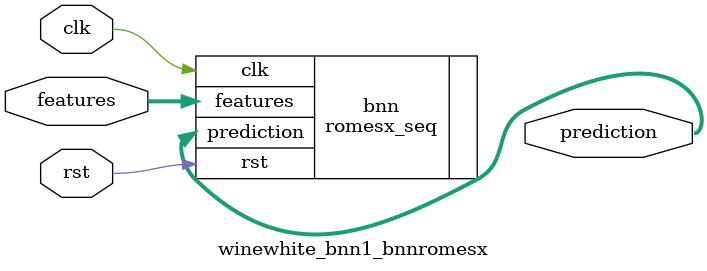
<source format=v>













module winewhite_bnn1_bnnromesx #(

parameter FEAT_CNT = 11,
parameter HIDDEN_CNT = 40,
parameter FEAT_BITS = 4,
parameter CLASS_CNT = 7,
parameter TEST_CNT = 1000


  ) (
  input clk,
  input rst,
  input [FEAT_CNT*FEAT_BITS-1:0] features,
  output [$clog2(CLASS_CNT)-1:0] prediction
  );

  localparam Weights0 = 440'b00010101000000000100110001011111111100001000110010111000111101011010011001100010111100110011000010111110111001101101111011100100100101010010111001101100110001100100000010000100011001111001000101010111000101001100101000101100000110011111011111100011100111101111111000100110011101011110000110100011110011010110001110100100000101101110011001000000111010100011101011100100010011100101000101010011100110000100101000111101100110011111111111010110 ;
  localparam Weights1 = 280'b1100111000000011001100101100101011000111100011011110001100111111010011101101011100011011111010110001111101001110110101110000110111101010000011000100001011010011000011011110101100001111010011101101011100001101100010110001111111101110111001110000000011001010100110110101111011010110 ;

  romesx_seq #(.FEAT_CNT(FEAT_CNT),.FEAT_BITS(FEAT_BITS),.HIDDEN_CNT(HIDDEN_CNT),.CLASS_CNT(CLASS_CNT),.Weights0(Weights0),.Weights1(Weights1)) bnn (
    .clk(clk),
    .rst(rst),
    .features(features),
    .prediction(prediction)
  );

endmodule

</source>
